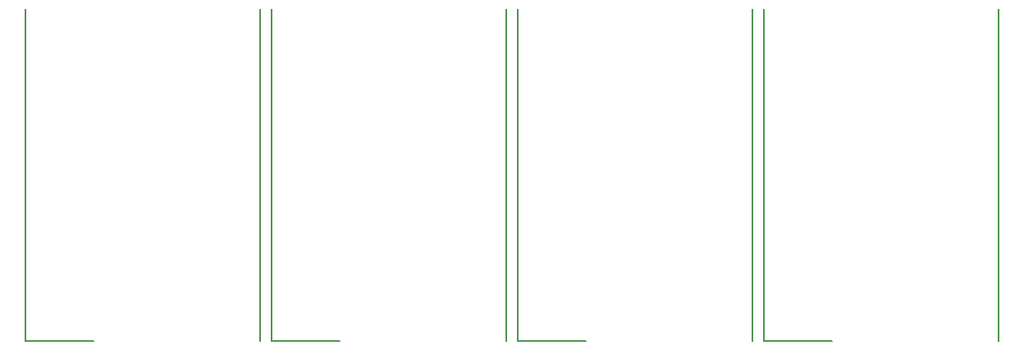
<source format=gbr>
G04 #@! TF.GenerationSoftware,KiCad,Pcbnew,6.0.7*
G04 #@! TF.CreationDate,2022-09-18T12:33:00+10:00*
G04 #@! TF.ProjectId,inchdigits,696e6368-6469-4676-9974-732e6b696361,1*
G04 #@! TF.SameCoordinates,Original*
G04 #@! TF.FileFunction,Legend,Top*
G04 #@! TF.FilePolarity,Positive*
%FSLAX46Y46*%
G04 Gerber Fmt 4.6, Leading zero omitted, Abs format (unit mm)*
G04 Created by KiCad (PCBNEW 6.0.7) date 2022-09-18 12:33:00*
%MOMM*%
%LPD*%
G01*
G04 APERTURE LIST*
%ADD10C,0.200000*%
G04 APERTURE END LIST*
D10*
X114995000Y-116185000D02*
X114995000Y-81935000D01*
X90745000Y-81935000D02*
X90745000Y-116185000D01*
X90745000Y-116185000D02*
X97790000Y-116185000D01*
X140395000Y-116185000D02*
X140395000Y-81935000D01*
X116145000Y-116185000D02*
X123190000Y-116185000D01*
X116145000Y-81935000D02*
X116145000Y-116185000D01*
X191195000Y-116185000D02*
X191195000Y-81935000D01*
X166945000Y-116185000D02*
X173990000Y-116185000D01*
X166945000Y-81935000D02*
X166945000Y-116185000D01*
X141545000Y-81935000D02*
X141545000Y-116185000D01*
X141545000Y-116185000D02*
X148590000Y-116185000D01*
X165795000Y-116185000D02*
X165795000Y-81935000D01*
M02*

</source>
